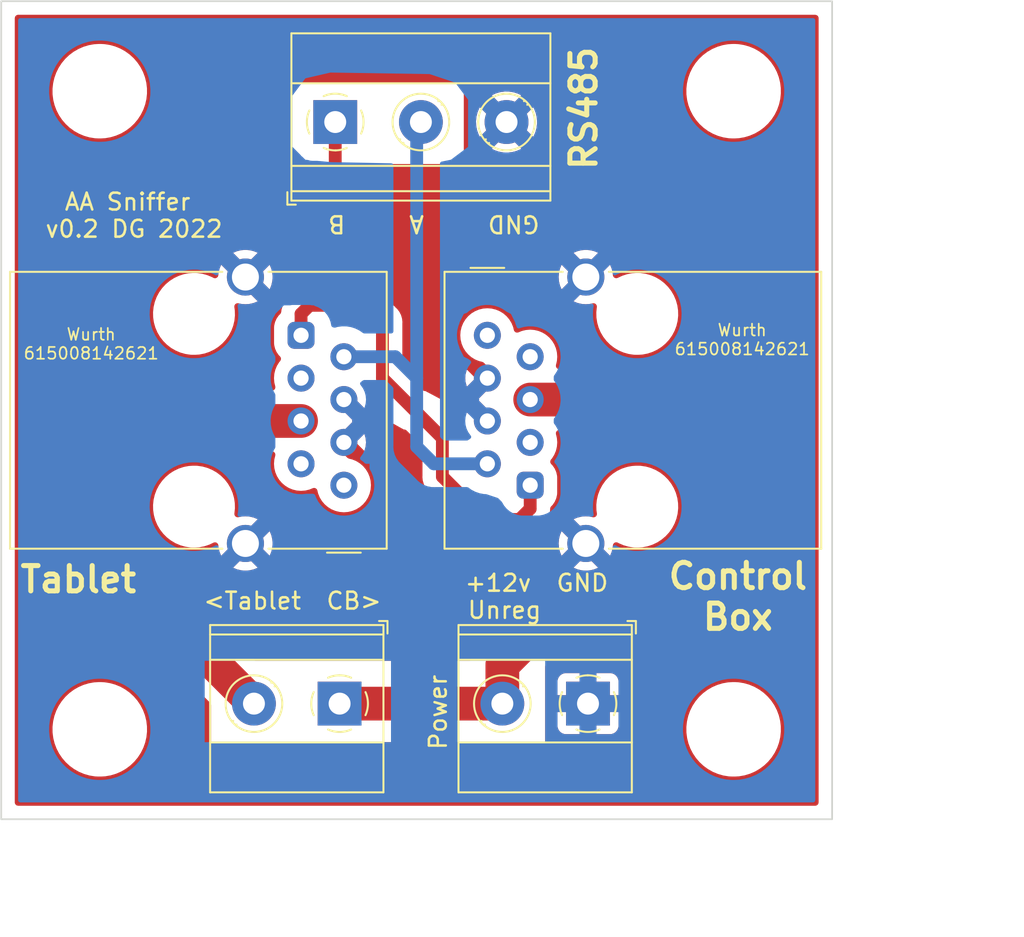
<source format=kicad_pcb>
(kicad_pcb (version 20211014) (generator pcbnew)
  (layers (0 "F.Cu" signal) (31 "B.Cu" power) (34 "B.Paste" user) (35 "F.Paste" user) (36 "B.SilkS" user "B.Silkscreen") (37 "F.SilkS" user "F.Silkscreen") (38 "B.Mask" user) (39 "F.Mask" user) (44 "Edge.Cuts" user))
  (net 0 "")
  (net 1 "/B")
  (net 2 "/A")
  (net 4 "GND")
  (net 5 "/14V2")
  (net 11 "Net-(J2-Pad2)")
  (footprint "MountingHole:MountingHole_4mm" (layer "F.Cu") (at 60.96 56.896)
    (fp_text reference "Mount" hide)
    (fp_text value "MountingHole_4mm" hide)
    (pad "" np_thru_hole circle (at 0 0) (size 4 4) (drill 4) (layers *.Cu *.Mask))
  )
  (footprint "MountingHole:MountingHole_4mm" (layer "F.Cu") (at 23.368 56.896)
    (fp_text reference "Mount" hide)
    (fp_text value "MountingHole_4mm" hide)
    (pad "" np_thru_hole circle (at 0 0) (size 4 4) (drill 4) (layers *.Cu *.Mask))
  )
  (footprint "MountingHole:MountingHole_4mm" (layer "F.Cu") (at 23.368 19.05)
    (fp_text reference "Mount" hide)
    (fp_text value "MountingHole_4mm" hide)
    (pad "" np_thru_hole circle (at 0 0) (size 4 4) (drill 4) (layers *.Cu *.Mask))
  )
  (footprint "TerminalBlock_Phoenix:TerminalBlock_Phoenix_MKDS-1,5-2-5.08_1x02_P5.08mm_Horizontal" (layer "F.Cu") (at 37.592 55.372 180)
    (fp_text reference "J5" hide)
    (fp_text value "12v Intercept")
    (fp_line (start -2.6 -5.261) (end -2.6 4.66) (layer "F.SilkS") (width 0.12))
    (fp_line (start -2.6 2.6) (end 7.68 2.6) (layer "F.SilkS") (width 0.12))
    (fp_line (start 7.68 -5.261) (end 7.68 4.66) (layer "F.SilkS") (width 0.12))
    (fp_line (start -2.6 4.66) (end 7.68 4.66) (layer "F.SilkS") (width 0.12))
    (fp_line (start -2.6 -2.301) (end 7.68 -2.301) (layer "F.SilkS") (width 0.12))
    (fp_line (start 6.15 -1.275) (end 6.115 -1.239) (layer "F.SilkS") (width 0.12))
    (fp_line (start 4.046 1.239) (end 4.011 1.274) (layer "F.SilkS") (width 0.12))
    (fp_line (start 3.853 1.023) (end 3.806 1.069) (layer "F.SilkS") (width 0.12))
    (fp_line (start -2.84 4.16) (end -2.84 4.9) (layer "F.SilkS") (width 0.12))
    (fp_line (start -2.84 4.9) (end -2.34 4.9) (layer "F.SilkS") (width 0.12))
    (fp_line (start 6.355 -1.069) (end 6.308 -1.023) (layer "F.SilkS") (width 0.12))
    (fp_line (start -2.6 -5.261) (end 7.68 -5.261) (layer "F.SilkS") (width 0.12))
    (fp_line (start -2.6 4.1) (end 7.68 4.1) (layer "F.SilkS") (width 0.12))
    (fp_arc (start -0.683042 -1.535427) (mid 0.000524 -1.680501) (end 0.684 -1.535) (layer "F.SilkS") (width 0.12))
    (fp_arc (start 0.683318 1.534756) (mid 0.349292 1.643288) (end 0 1.68) (layer "F.SilkS") (width 0.12))
    (fp_arc (start -1.535427 0.683042) (mid -1.680501 -0.000524) (end -1.535 -0.684) (layer "F.SilkS") (width 0.12))
    (fp_arc (start 1.535427 -0.683042) (mid 1.680501 0.000524) (end 1.535 0.684) (layer "F.SilkS") (width 0.12))
    (fp_arc (start 0.028805 1.680253) (mid -0.335551 1.646659) (end -0.684 1.535) (layer "F.SilkS") (width 0.12))
    (fp_circle (center 5.08 0) (end 6.76 0) (layer "F.SilkS") (width 0.12) (fill none))
    (pad "1" thru_hole rect (at 0 0 180) (size 2.6 2.6) (drill 1.3) (layers *.Cu *.Mask) (net 11 "Net-(J2-Pad2)"))
    (pad "2" thru_hole circle (at 5.08 0 180) (size 2.6 2.6) (drill 1.3) (layers *.Cu *.Mask) (net 5 "/14V2"))
  )
  (footprint "TerminalBlock_Phoenix:TerminalBlock_Phoenix_MKDS-1,5-3-5.08_1x03_P5.08mm_Horizontal" (layer "F.Cu") (at 37.333 20.879)
    (fp_text reference "J4" hide)
    (fp_text value "Screw_Terminal_01x03" hide)
    (fp_line (start 12.76 -5.261) (end 12.76 4.66) (layer "F.SilkS") (width 0.12))
    (fp_line (start -2.6 -5.261) (end 12.76 -5.261) (layer "F.SilkS") (width 0.12))
    (fp_line (start 8.933 1.023) (end 8.886 1.069) (layer "F.SilkS") (width 0.12))
    (fp_line (start 9.126 1.239) (end 9.091 1.274) (layer "F.SilkS") (width 0.12))
    (fp_line (start 3.853 1.023) (end 3.806 1.069) (layer "F.SilkS") (width 0.12))
    (fp_line (start -2.6 2.6) (end 12.76 2.6) (layer "F.SilkS") (width 0.12))
    (fp_line (start -2.6 4.66) (end 12.76 4.66) (layer "F.SilkS") (width 0.12))
    (fp_line (start 11.435 -1.069) (end 11.388 -1.023) (layer "F.SilkS") (width 0.12))
    (fp_line (start -2.6 4.1) (end 12.76 4.1) (layer "F.SilkS") (width 0.12))
    (fp_line (start -2.6 -5.261) (end -2.6 4.66) (layer "F.SilkS") (width 0.12))
    (fp_line (start -2.84 4.16) (end -2.84 4.9) (layer "F.SilkS") (width 0.12))
    (fp_line (start -2.6 -2.301) (end 12.76 -2.301) (layer "F.SilkS") (width 0.12))
    (fp_line (start 11.23 -1.275) (end 11.195 -1.239) (layer "F.SilkS") (width 0.12))
    (fp_line (start 4.046 1.239) (end 4.011 1.274) (layer "F.SilkS") (width 0.12))
    (fp_line (start 6.355 -1.069) (end 6.308 -1.023) (layer "F.SilkS") (width 0.12))
    (fp_line (start 6.15 -1.275) (end 6.115 -1.239) (layer "F.SilkS") (width 0.12))
    (fp_line (start -2.84 4.9) (end -2.34 4.9) (layer "F.SilkS") (width 0.12))
    (fp_arc (start 1.535427 -0.683042) (mid 1.680501 0.000524) (end 1.535 0.684) (layer "F.SilkS") (width 0.12))
    (fp_arc (start 0.028805 1.680253) (mid -0.335551 1.646659) (end -0.684 1.535) (layer "F.SilkS") (width 0.12))
    (fp_arc (start 0.683318 1.534756) (mid 0.349292 1.643288) (end 0 1.68) (layer "F.SilkS") (width 0.12))
    (fp_arc (start -1.535427 0.683042) (mid -1.680501 -0.000524) (end -1.535 -0.684) (layer "F.SilkS") (width 0.12))
    (fp_arc (start -0.683042 -1.535427) (mid 0.000524 -1.680501) (end 0.684 -1.535) (layer "F.SilkS") (width 0.12))
    (fp_circle (center 5.08 0) (end 6.76 0) (layer "F.SilkS") (width 0.12) (fill none))
    (fp_circle (center 10.16 0) (end 11.84 0) (layer "F.SilkS") (width 0.12) (fill none))
    (pad "1" thru_hole rect (at 0 0) (size 2.6 2.6) (drill 1.3) (layers *.Cu *.Mask) (net 1 "/B"))
    (pad "2" thru_hole circle (at 5.08 0) (size 2.6 2.6) (drill 1.3) (layers *.Cu *.Mask) (net 2 "/A"))
    (pad "3" thru_hole circle (at 10.16 0) (size 2.6 2.6) (drill 1.3) (layers *.Cu *.Mask) (net 4 "GND"))
  )
  (footprint "TerminalBlock_Phoenix:TerminalBlock_Phoenix_MKDS-1,5-2-5.08_1x02_P5.08mm_Horizontal" (layer "F.Cu") (at 52.324 55.372 180)
    (fp_text reference "J2" hide)
    (fp_text value "Screw_Terminal_01x02" hide)
    (fp_line (start 6.15 -1.275) (end 6.115 -1.239) (layer "F.SilkS") (width 0.12))
    (fp_line (start 4.046 1.239) (end 4.011 1.274) (layer "F.SilkS") (width 0.12))
    (fp_line (start -2.6 -5.261) (end -2.6 4.66) (layer "F.SilkS") (width 0.12))
    (fp_line (start -2.6 4.1) (end 7.68 4.1) (layer "F.SilkS") (width 0.12))
    (fp_line (start 3.853 1.023) (end 3.806 1.069) (layer "F.SilkS") (width 0.12))
    (fp_line (start -2.6 -2.301) (end 7.68 -2.301) (layer "F.SilkS") (width 0.12))
    (fp_line (start 6.355 -1.069) (end 6.308 -1.023) (layer "F.SilkS") (width 0.12))
    (fp_line (start 7.68 -5.261) (end 7.68 4.66) (layer "F.SilkS") (width 0.12))
    (fp_line (start -2.6 2.6) (end 7.68 2.6) (layer "F.SilkS") (width 0.12))
    (fp_line (start -2.84 4.9) (end -2.34 4.9) (layer "F.SilkS") (width 0.12))
    (fp_line (start -2.6 4.66) (end 7.68 4.66) (layer "F.SilkS") (width 0.12))
    (fp_line (start -2.6 -5.261) (end 7.68 -5.261) (layer "F.SilkS") (width 0.12))
    (fp_line (start -2.84 4.16) (end -2.84 4.9) (layer "F.SilkS") (width 0.12))
    (fp_arc (start -1.535427 0.683042) (mid -1.680501 -0.000524) (end -1.535 -0.684) (layer "F.SilkS") (width 0.12))
    (fp_arc (start 0.683318 1.534756) (mid 0.349292 1.643288) (end 0 1.68) (layer "F.SilkS") (width 0.12))
    (fp_arc (start -0.683042 -1.535427) (mid 0.000524 -1.680501) (end 0.684 -1.535) (layer "F.SilkS") (width 0.12))
    (fp_arc (start 0.028805 1.680253) (mid -0.335551 1.646659) (end -0.684 1.535) (layer "F.SilkS") (width 0.12))
    (fp_arc (start 1.535427 -0.683042) (mid 1.680501 0.000524) (end 1.535 0.684) (layer "F.SilkS") (width 0.12))
    (fp_circle (center 5.08 0) (end 6.76 0) (layer "F.SilkS") (width 0.12) (fill none))
    (pad "1" thru_hole rect (at 0 0 180) (size 2.6 2.6) (drill 1.3) (layers *.Cu *.Mask) (net 4 "GND"))
    (pad "2" thru_hole circle (at 5.08 0 180) (size 2.6 2.6) (drill 1.3) (layers *.Cu *.Mask) (net 11 "Net-(J2-Pad2)"))
  )
  (footprint "Connector_RJ:RJ45_Wuerth_615008142621_Horizontal" (layer "F.Cu") (at 46.355 33.528)
    (fp_text reference "J3" hide)
    (fp_text value "8P8C_Shielded")
    (fp_line (start 7.21 12.655) (end 19.8 12.655) (layer "F.SilkS") (width 0.12))
    (fp_line (start 4.47 -3.765) (end -2.54 -3.765) (layer "F.SilkS") (width 0.12))
    (fp_line (start 19.8 12.655) (end 19.8 -3.765) (layer "F.SilkS") (width 0.12))
    (fp_line (start -1 -4) (end 1 -4) (layer "F.SilkS") (width 0.12))
    (fp_line (start 19.8 -3.765) (end 7.21 -3.765) (layer "F.SilkS") (width 0.12))
    (fp_line (start -2.54 -3.765) (end -2.54 12.655) (layer "F.SilkS") (width 0.12))
    (fp_line (start -2.54 12.655) (end 4.47 12.655) (layer "F.SilkS") (width 0.12))
    (pad "" np_thru_hole circle (at 8.89 10.16 90) (size 3.25 3.25) (drill 3.25) (layers *.Cu *.Mask))
    (pad "" np_thru_hole circle (at 8.89 -1.27 90) (size 3.25 3.25) (drill 3.25) (layers *.Cu *.Mask))
    (pad "1" thru_hole roundrect (at 2.54 8.89 90) (size 1.6 1.6) (drill 0.9) (layers *.Cu *.Mask) (net 1 "/B"))
    (pad "2" thru_hole circle (at 0 7.62 90) (size 1.6 1.6) (drill 0.9) (layers *.Cu *.Mask) (net 2 "/A"))
    (pad "3" thru_hole circle (at 2.54 6.35 90) (size 1.6 1.6) (drill 0.9) (layers *.Cu *.Mask))
    (pad "4" thru_hole circle (at 0 5.08 90) (size 1.6 1.6) (drill 0.9) (layers *.Cu *.Mask) (net 4 "GND"))
    (pad "5" thru_hole circle (at 2.54 3.81 90) (size 1.6 1.6) (drill 0.9) (layers *.Cu *.Mask) (net 11 "Net-(J2-Pad2)"))
    (pad "6" thru_hole circle (at 0 2.54 90) (size 1.6 1.6) (drill 0.9) (layers *.Cu *.Mask) (net 4 "GND"))
    (pad "7" thru_hole circle (at 2.54 1.27 90) (size 1.6 1.6) (drill 0.9) (layers *.Cu *.Mask))
    (pad "8" thru_hole circle (at 0 0 90) (size 1.6 1.6) (drill 0.9) (layers *.Cu *.Mask))
    (pad "SH" thru_hole circle (at 5.84 12.345 90) (size 2.2 2.2) (drill 1.6) (layers *.Cu *.Mask) (net 4 "GND"))
    (pad "SH" thru_hole circle (at 5.84 -3.455 90) (size 2.2 2.2) (drill 1.6) (layers *.Cu *.Mask) (net 4 "GND"))
  )
  (footprint "MountingHole:MountingHole_4mm" (layer "F.Cu") (at 60.96 19.05)
    (fp_text reference "Mount" hide)
    (fp_text value "MountingHole_4mm" hide)
    (pad "" np_thru_hole circle (at 0 0) (size 4 4) (drill 4) (layers *.Cu *.Mask))
  )
  (footprint "Connector_RJ:RJ45_Wuerth_615008142621_Horizontal" (layer "F.Cu") (at 37.846 42.418 180)
    (fp_text reference "J1" hide)
    (fp_text value "8P8C_Shielded")
    (fp_line (start 19.8 -3.765) (end 7.21 -3.765) (layer "F.SilkS") (width 0.12))
    (fp_line (start -2.54 12.655) (end 4.47 12.655) (layer "F.SilkS") (width 0.12))
    (fp_line (start 19.8 12.655) (end 19.8 -3.765) (layer "F.SilkS") (width 0.12))
    (fp_line (start -2.54 -3.765) (end -2.54 12.655) (layer "F.SilkS") (width 0.12))
    (fp_line (start -1 -4) (end 1 -4) (layer "F.SilkS") (width 0.12))
    (fp_line (start 7.21 12.655) (end 19.8 12.655) (layer "F.SilkS") (width 0.12))
    (fp_line (start 4.47 -3.765) (end -2.54 -3.765) (layer "F.SilkS") (width 0.12))
    (pad "" np_thru_hole circle (at 8.89 10.16 270) (size 3.25 3.25) (drill 3.25) (layers *.Cu *.Mask))
    (pad "" np_thru_hole circle (at 8.89 -1.27 270) (size 3.25 3.25) (drill 3.25) (layers *.Cu *.Mask))
    (pad "1" thru_hole roundrect (at 2.54 8.89 270) (size 1.6 1.6) (drill 0.9) (layers *.Cu *.Mask) (net 1 "/B"))
    (pad "2" thru_hole circle (at 0 7.62 270) (size 1.6 1.6) (drill 0.9) (layers *.Cu *.Mask) (net 2 "/A"))
    (pad "3" thru_hole circle (at 2.54 6.35 270) (size 1.6 1.6) (drill 0.9) (layers *.Cu *.Mask))
    (pad "4" thru_hole circle (at 0 5.08 270) (size 1.6 1.6) (drill 0.9) (layers *.Cu *.Mask) (net 4 "GND"))
    (pad "5" thru_hole circle (at 2.54 3.81 270) (size 1.6 1.6) (drill 0.9) (layers *.Cu *.Mask) (net 5 "/14V2"))
    (pad "6" thru_hole circle (at 0 2.54 270) (size 1.6 1.6) (drill 0.9) (layers *.Cu *.Mask) (net 4 "GND"))
    (pad "7" thru_hole circle (at 2.54 1.27 270) (size 1.6 1.6) (drill 0.9) (layers *.Cu *.Mask))
    (pad "8" thru_hole circle (at 0 0 270) (size 1.6 1.6) (drill 0.9) (layers *.Cu *.Mask))
    (pad "SH" thru_hole circle (at 5.84 -3.455 270) (size 2.2 2.2) (drill 1.6) (layers *.Cu *.Mask) (net 4 "GND"))
    (pad "SH" thru_hole circle (at 5.84 12.345 270) (size 2.2 2.2) (drill 1.6) (layers *.Cu *.Mask) (net 4 "GND"))
  )
  (gr_rect (start 17.526 13.716) (end 66.802 62.23) (layer "Edge.Cuts") (width 0.1) (fill none))
  (gr_text "Power" (at 43.434 55.88 90) (layer "F.SilkS") (effects (font (size 1 1))))
  (gr_text "<Tablet  CB>" (at 34.798 49.276) (layer "F.SilkS") (effects (font (size 1 1))))
  (gr_text "Wurth\n615008142621" (at 61.468 33.782) (layer "F.SilkS") (effects (font (size 0.7 0.7) (thickness 0.1))))
  (gr_text "GND     A     B" (at 43.18 26.924 180) (layer "F.SilkS") (effects (font (size 1 1))))
  (gr_text "RS485" (at 52.07 20.066 90) (layer "F.SilkS") (effects (font (size 1.5 1.5) (thickness 0.3))))
  (gr_text "Wurth\n615008142621" (at 22.86 34.036) (layer "F.SilkS") (effects (font (size 0.7 0.7) (thickness 0.1))))
  (gr_text "Control\nBox" (at 61.214 49.022) (layer "F.SilkS") (effects (font (size 1.5 1.5) (thickness 0.3))))
  (gr_text "AA Sniffer \nv0.2 DG 2022" (at 25.4 26.416) (layer "F.SilkS") (effects (font (size 1 1))))
  (gr_text "+12v  GND\nUnreg     " (at 49.276 49.022) (layer "F.SilkS") (effects (font (size 1 1))))
  (gr_text "Tablet" (at 22.098 48.006) (layer "F.SilkS") (effects (font (size 1.5 1.5) (thickness 0.3))))
  (segment (start 48.26 44.45) (end 46.228 44.45) (width 0.76) (layer "F.Cu") (net 1))
  (segment (start 48.895 43.815) (end 48.26 44.45) (width 0.76) (layer "F.Cu") (net 1))
  (segment (start 35.306 32.258) (end 35.306 33.528) (width 0.76) (layer "F.Cu") (net 1))
  (segment (start 40.132 36.068) (end 40.132 32.766) (width 0.76) (layer "F.Cu") (net 1))
  (segment (start 37.084 31.75) (end 35.814 31.75) (width 0.76) (layer "F.Cu") (net 1))
  (segment (start 43.688 39.624) (end 40.132 36.068) (width 0.76) (layer "F.Cu") (net 1))
  (segment (start 37.333 31.501) (end 37.084 31.75) (width 0.76) (layer "F.Cu") (net 1))
  (segment (start 48.895 42.418) (end 48.895 43.815) (width 0.76) (layer "F.Cu") (net 1))
  (segment (start 35.814 31.75) (end 35.306 32.258) (width 0.76) (layer "F.Cu") (net 1))
  (segment (start 43.688 41.91) (end 43.688 39.624) (width 0.76) (layer "F.Cu") (net 1))
  (segment (start 37.333 20.879) (end 37.333 31.501) (width 0.76) (layer "F.Cu") (net 1))
  (segment (start 39.116 31.75) (end 37.084 31.75) (width 0.76) (layer "F.Cu") (net 1))
  (segment (start 46.228 44.45) (end 43.688 41.91) (width 0.76) (layer "F.Cu") (net 1))
  (segment (start 40.132 32.766) (end 39.116 31.75) (width 0.76) (layer "F.Cu") (net 1))
  (segment (start 42.164 36.068) (end 40.894 34.798) (width 0.76) (layer "B.Cu") (net 2))
  (segment (start 43.18 41.148) (end 42.164 40.132) (width 0.76) (layer "B.Cu") (net 2))
  (segment (start 42.164 40.132) (end 42.164 36.068) (width 0.76) (layer "B.Cu") (net 2))
  (segment (start 46.355 41.148) (end 43.18 41.148) (width 0.76) (layer "B.Cu") (net 2))
  (segment (start 42.164 21.128) (end 42.413 20.879) (width 0.76) (layer "B.Cu") (net 2))
  (segment (start 42.164 36.068) (end 42.164 21.128) (width 0.76) (layer "B.Cu") (net 2))
  (segment (start 40.894 34.798) (end 37.846 34.798) (width 0.76) (layer "B.Cu") (net 2))
  (segment (start 23.622 46.482) (end 23.622 41.148) (width 2) (layer "F.Cu") (net 5))
  (segment (start 32.512 55.372) (end 23.622 46.482) (width 2) (layer "F.Cu") (net 5))
  (segment (start 23.622 41.148) (end 26.162 38.608) (width 2) (layer "F.Cu") (net 5))
  (segment (start 26.162 38.608) (end 35.306 38.608) (width 2) (layer "F.Cu") (net 5))
  (segment (start 60.452 39.37) (end 58.42 37.338) (width 2) (layer "F.Cu") (net 11))
  (segment (start 58.42 37.338) (end 48.895 37.338) (width 2) (layer "F.Cu") (net 11))
  (segment (start 57.404 50.292) (end 60.452 47.244) (width 2) (layer "F.Cu") (net 11))
  (segment (start 47.244 55.372) (end 47.244 53.086) (width 2) (layer "F.Cu") (net 11))
  (segment (start 47.244 55.372) (end 37.592 55.372) (width 2) (layer "F.Cu") (net 11))
  (segment (start 47.244 53.086) (end 50.038 50.292) (width 2) (layer "F.Cu") (net 11))
  (segment (start 60.452 47.244) (end 60.452 39.37) (width 2) (layer "F.Cu") (net 11))
  (segment (start 50.038 50.292) (end 57.404 50.292) (width 2) (layer "F.Cu") (net 11))
  (zone (net 0) (net_name "") (layer "F.Cu") (connect_pads (clearance 0)) (min_thickness 0.4)
    (keepout (tracks allowed) (vias allowed) (pads allowed) (copperpour not_allowed) (footprints allowed))
    (fill (thermal_gap 0.508) (thermal_bridge_width 1))
    (polygon (pts (xy 44.958 23.368) (xy 34.798 23.368) (xy 34.798 18.542) (xy 44.958 18.542)))
  )
  (zone (net 0) (net_name "") (layer "F.Cu") (connect_pads (clearance 0)) (min_thickness 0.254)
    (keepout (tracks allowed) (vias allowed) (pads allowed) (copperpour not_allowed) (footprints allowed))
    (fill (thermal_gap 0.508) (thermal_bridge_width 1))
    (polygon (pts (xy 41.402 39.116) (xy 39.116 37.846) (xy 37.084 36.068) (xy 37.338 32.512) (xy 40.894 32.766)))
  )
  (zone (net 0) (net_name "") (layer "F.Cu") (connect_pads (clearance 0)) (min_thickness 0.4)
    (keepout (tracks allowed) (vias allowed) (pads allowed) (copperpour not_allowed) (footprints allowed))
    (fill (thermal_gap 0.508) (thermal_bridge_width 1))
    (polygon (pts (xy 49.784 57.658) (xy 29.972 57.658) (xy 29.972 52.832) (xy 49.784 52.832)))
  )
  (zone (net 4) (net_name "GND") (layer "F.Cu") (connect_pads (clearance 0.8)) (min_thickness 0.4) (fill yes (thermal_gap 0.508) (thermal_bridge_width 1) (smoothing fillet))
    (polygon (pts (xy 66.802 62.23) (xy 17.78 62.23) (xy 17.78 13.716) (xy 66.802 13.716)))
  )
  (zone (net 0) (net_name "") (layer "F.Cu") (connect_pads (clearance 0)) (min_thickness 0.254)
    (keepout (tracks allowed) (vias allowed) (pads allowed) (copperpour not_allowed) (footprints allowed))
    (fill (thermal_gap 0.508) (thermal_bridge_width 1))
    (polygon (pts (xy 47.244 42.926) (xy 43.18 42.926) (xy 42.672 36.83) (xy 47.289003 39.283925)))
  )
  (zone (net 4) (net_name "GND") (layer "B.Cu") (connect_pads (clearance 1)) (min_thickness 0.254) (fill yes (thermal_gap 0.508) (thermal_bridge_width 1))
    (polygon (pts (xy 66.548 62.23) (xy 17.78 62.23) (xy 17.78 13.716) (xy 66.548 13.716)))
  )
  (zone (net 0) (net_name "") (layer "B.Cu") (connect_pads (clearance 0)) (min_thickness 0.254)
    (keepout (tracks allowed) (vias allowed) (pads allowed) (copperpour not_allowed) (footprints allowed))
    (fill (thermal_gap 0.508) (thermal_bridge_width 0.508))
    (polygon (pts (xy 47.498 43.688) (xy 46.99 43.18) (xy 45.466 42.672) (xy 45.212 40.386) (xy 45.749882 39.878) (xy 47.244 39.878) (xy 47.244 35.052) (xy 45.466 35.052) (xy 44.958 34.798) (xy 44.704 34.29) (xy 44.704 32.766) (xy 44.958 32.258) (xy 45.72 32.004) (xy 47.244 32.004) (xy 47.752 32.258) (xy 48.006 32.766) (xy 48.006 33.274) (xy 49.022 33.274) (xy 49.784 33.528) (xy 50.292 34.29) (xy 50.292 43.434) (xy 50.038 43.688) (xy 49.784 43.942) (xy 48.006 43.942)))
  )
  (zone (net 0) (net_name "") (layer "B.Cu") (connect_pads (clearance 0)) (min_thickness 0.254)
    (keepout (tracks allowed) (vias allowed) (pads allowed) (copperpour not_allowed) (footprints allowed))
    (fill (thermal_gap 0.508) (thermal_bridge_width 0.508))
    (polygon (pts (xy 36.576 32.258) (xy 37.084 33.02) (xy 38.862 33.528) (xy 38.862 35.56) (xy 38.862 35.814) (xy 36.83 36.322) (xy 36.83 41.148) (xy 39.37 41.148) (xy 39.37 43.18) (xy 39.116 43.688) (xy 38.1 43.942) (xy 36.83 43.688) (xy 36.068 42.926) (xy 35.052 42.926) (xy 34.29 42.672) (xy 33.782 41.91) (xy 33.782 32.258) (xy 34.29 31.75) (xy 36.068 31.75)))
  )
  (zone (net 0) (net_name "") (layer "B.Cu") (connect_pads (clearance 0)) (min_thickness 0.254)
    (keepout (tracks allowed) (vias allowed) (pads allowed) (copperpour not_allowed) (footprints allowed))
    (fill (thermal_gap 0.508) (thermal_bridge_width 0.508))
    (polygon (pts (xy 45.212 19.558) (xy 45.212 22.352) (xy 44.196 23.114) (xy 42.926 23.368) (xy 37.084 23.256504) (xy 35.56 23.114) (xy 34.798 22.352) (xy 34.798 19.304) (xy 35.56 18.288) (xy 37.045587 17.944371) (xy 42.926 18.034) (xy 44.45 18.542)))
  )
  (zone (net 0) (net_name "") (layer "B.Cu") (connect_pads (clearance 0)) (min_thickness 0.254)
    (keepout (tracks allowed) (vias allowed) (pads allowed) (copperpour not_allowed) (footprints allowed))
    (fill (thermal_gap 0.508) (thermal_bridge_width 0.508))
    (polygon (pts (xy 49.784 57.658) (xy 44.577 57.658) (xy 44.577 52.832) (xy 49.784 52.832)))
  )
  (zone (net 0) (net_name "") (layer "B.Cu") (connect_pads (clearance 0)) (min_thickness 0.254)
    (keepout (tracks allowed) (vias allowed) (pads allowed) (copperpour not_allowed) (footprints allowed))
    (fill (thermal_gap 0.508) (thermal_bridge_width 0.508))
    (polygon (pts (xy 40.64 57.658) (xy 29.591 57.658) (xy 29.591 52.832) (xy 40.64 52.832)))
  )
)
</source>
